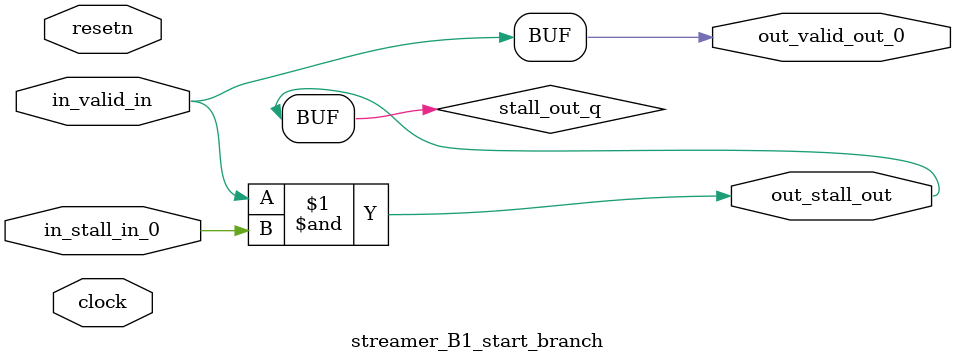
<source format=sv>



(* altera_attribute = "-name AUTO_SHIFT_REGISTER_RECOGNITION OFF; -name MESSAGE_DISABLE 10036; -name MESSAGE_DISABLE 10037; -name MESSAGE_DISABLE 14130; -name MESSAGE_DISABLE 14320; -name MESSAGE_DISABLE 15400; -name MESSAGE_DISABLE 14130; -name MESSAGE_DISABLE 10036; -name MESSAGE_DISABLE 12020; -name MESSAGE_DISABLE 12030; -name MESSAGE_DISABLE 12010; -name MESSAGE_DISABLE 12110; -name MESSAGE_DISABLE 14320; -name MESSAGE_DISABLE 13410; -name MESSAGE_DISABLE 113007; -name MESSAGE_DISABLE 10958" *)
module streamer_B1_start_branch (
    input wire [0:0] in_stall_in_0,
    input wire [0:0] in_valid_in,
    output wire [0:0] out_stall_out,
    output wire [0:0] out_valid_out_0,
    input wire clock,
    input wire resetn
    );

    wire [0:0] stall_out_q;


    // stall_out(LOGICAL,6)
    assign stall_out_q = in_valid_in & in_stall_in_0;

    // out_stall_out(GPOUT,4)
    assign out_stall_out = stall_out_q;

    // out_valid_out_0(GPOUT,5)
    assign out_valid_out_0 = in_valid_in;

endmodule

</source>
